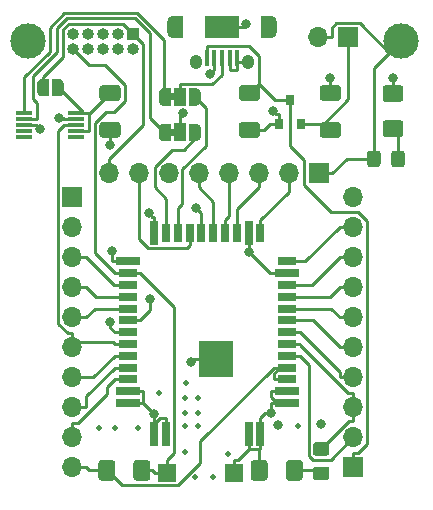
<source format=gbr>
%TF.GenerationSoftware,KiCad,Pcbnew,(5.1.8)-1*%
%TF.CreationDate,2021-02-16T14:56:34+05:30*%
%TF.ProjectId,WLR089U0-DevBoard,574c5230-3839-4553-902d-446576426f61,V1*%
%TF.SameCoordinates,Original*%
%TF.FileFunction,Copper,L1,Top*%
%TF.FilePolarity,Positive*%
%FSLAX46Y46*%
G04 Gerber Fmt 4.6, Leading zero omitted, Abs format (unit mm)*
G04 Created by KiCad (PCBNEW (5.1.8)-1) date 2021-02-16 14:56:34*
%MOMM*%
%LPD*%
G01*
G04 APERTURE LIST*
%TA.AperFunction,EtchedComponent*%
%ADD10C,0.100000*%
%TD*%
%TA.AperFunction,SMDPad,CuDef*%
%ADD11C,0.100000*%
%TD*%
%TA.AperFunction,SMDPad,CuDef*%
%ADD12R,1.500000X1.500000*%
%TD*%
%TA.AperFunction,SMDPad,CuDef*%
%ADD13R,1.000000X1.500000*%
%TD*%
%TA.AperFunction,ComponentPad*%
%ADD14O,1.700000X1.700000*%
%TD*%
%TA.AperFunction,ComponentPad*%
%ADD15R,1.700000X1.700000*%
%TD*%
%TA.AperFunction,ComponentPad*%
%ADD16O,1.050000X1.250000*%
%TD*%
%TA.AperFunction,SMDPad,CuDef*%
%ADD17R,0.400000X1.350000*%
%TD*%
%TA.AperFunction,ComponentPad*%
%ADD18O,1.000000X1.900000*%
%TD*%
%TA.AperFunction,SMDPad,CuDef*%
%ADD19R,2.900000X1.900000*%
%TD*%
%TA.AperFunction,SMDPad,CuDef*%
%ADD20R,0.875000X1.900000*%
%TD*%
%TA.AperFunction,ComponentPad*%
%ADD21C,2.600000*%
%TD*%
%TA.AperFunction,ConnectorPad*%
%ADD22C,3.000000*%
%TD*%
%TA.AperFunction,SMDPad,CuDef*%
%ADD23R,2.000000X0.700000*%
%TD*%
%TA.AperFunction,SMDPad,CuDef*%
%ADD24R,1.500000X0.700000*%
%TD*%
%TA.AperFunction,SMDPad,CuDef*%
%ADD25R,0.700000X1.500000*%
%TD*%
%TA.AperFunction,SMDPad,CuDef*%
%ADD26R,0.700000X2.000000*%
%TD*%
%TA.AperFunction,SMDPad,CuDef*%
%ADD27R,3.000000X3.030000*%
%TD*%
%TA.AperFunction,ComponentPad*%
%ADD28R,1.000000X1.000000*%
%TD*%
%TA.AperFunction,ComponentPad*%
%ADD29O,1.000000X1.000000*%
%TD*%
%TA.AperFunction,SMDPad,CuDef*%
%ADD30R,0.800000X0.900000*%
%TD*%
%TA.AperFunction,SMDPad,CuDef*%
%ADD31R,1.400000X0.300000*%
%TD*%
%TA.AperFunction,ViaPad*%
%ADD32C,0.500000*%
%TD*%
%TA.AperFunction,ViaPad*%
%ADD33C,0.800000*%
%TD*%
%TA.AperFunction,Conductor*%
%ADD34C,0.250000*%
%TD*%
G04 APERTURE END LIST*
D10*
%TO.C,JP1*%
G36*
X137948000Y-87150000D02*
G01*
X138448000Y-87150000D01*
X138448000Y-87750000D01*
X137948000Y-87750000D01*
X137948000Y-87150000D01*
G37*
%TO.C,JP2*%
G36*
X137948000Y-90150000D02*
G01*
X138448000Y-90150000D01*
X138448000Y-90750000D01*
X137948000Y-90750000D01*
X137948000Y-90150000D01*
G37*
%TD*%
%TA.AperFunction,SMDPad,CuDef*%
D11*
%TO.P,JP3,2*%
%TO.N,Net-(C3-Pad1)*%
G36*
X128550000Y-85900602D02*
G01*
X128574534Y-85900602D01*
X128623365Y-85905412D01*
X128671490Y-85914984D01*
X128718445Y-85929228D01*
X128763778Y-85948005D01*
X128807051Y-85971136D01*
X128847850Y-85998396D01*
X128885779Y-86029524D01*
X128920476Y-86064221D01*
X128951604Y-86102150D01*
X128978864Y-86142949D01*
X129001995Y-86186222D01*
X129020772Y-86231555D01*
X129035016Y-86278510D01*
X129044588Y-86326635D01*
X129049398Y-86375466D01*
X129049398Y-86400000D01*
X129050000Y-86400000D01*
X129050000Y-86900000D01*
X129049398Y-86900000D01*
X129049398Y-86924534D01*
X129044588Y-86973365D01*
X129035016Y-87021490D01*
X129020772Y-87068445D01*
X129001995Y-87113778D01*
X128978864Y-87157051D01*
X128951604Y-87197850D01*
X128920476Y-87235779D01*
X128885779Y-87270476D01*
X128847850Y-87301604D01*
X128807051Y-87328864D01*
X128763778Y-87351995D01*
X128718445Y-87370772D01*
X128671490Y-87385016D01*
X128623365Y-87394588D01*
X128574534Y-87399398D01*
X128550000Y-87399398D01*
X128550000Y-87400000D01*
X128050000Y-87400000D01*
X128050000Y-85900000D01*
X128550000Y-85900000D01*
X128550000Y-85900602D01*
G37*
%TD.AperFunction*%
%TA.AperFunction,SMDPad,CuDef*%
%TO.P,JP3,1*%
%TO.N,+3V3*%
G36*
X127750000Y-87400000D02*
G01*
X127250000Y-87400000D01*
X127250000Y-87399398D01*
X127225466Y-87399398D01*
X127176635Y-87394588D01*
X127128510Y-87385016D01*
X127081555Y-87370772D01*
X127036222Y-87351995D01*
X126992949Y-87328864D01*
X126952150Y-87301604D01*
X126914221Y-87270476D01*
X126879524Y-87235779D01*
X126848396Y-87197850D01*
X126821136Y-87157051D01*
X126798005Y-87113778D01*
X126779228Y-87068445D01*
X126764984Y-87021490D01*
X126755412Y-86973365D01*
X126750602Y-86924534D01*
X126750602Y-86900000D01*
X126750000Y-86900000D01*
X126750000Y-86400000D01*
X126750602Y-86400000D01*
X126750602Y-86375466D01*
X126755412Y-86326635D01*
X126764984Y-86278510D01*
X126779228Y-86231555D01*
X126798005Y-86186222D01*
X126821136Y-86142949D01*
X126848396Y-86102150D01*
X126879524Y-86064221D01*
X126914221Y-86029524D01*
X126952150Y-85998396D01*
X126992949Y-85971136D01*
X127036222Y-85948005D01*
X127081555Y-85929228D01*
X127128510Y-85914984D01*
X127176635Y-85905412D01*
X127225466Y-85900602D01*
X127250000Y-85900602D01*
X127250000Y-85900000D01*
X127750000Y-85900000D01*
X127750000Y-87400000D01*
G37*
%TD.AperFunction*%
%TD*%
D12*
%TO.P,SW1,2*%
%TO.N,GND*%
X143408000Y-119263000D03*
%TO.P,SW1,1*%
%TO.N,RESET*%
X137788000Y-119253000D03*
%TD*%
%TA.AperFunction,SMDPad,CuDef*%
D11*
%TO.P,JP1,1*%
%TO.N,Net-(JP1-Pad1)*%
G36*
X138098000Y-88200000D02*
G01*
X137548000Y-88200000D01*
X137548000Y-88199398D01*
X137523466Y-88199398D01*
X137474635Y-88194588D01*
X137426510Y-88185016D01*
X137379555Y-88170772D01*
X137334222Y-88151995D01*
X137290949Y-88128864D01*
X137250150Y-88101604D01*
X137212221Y-88070476D01*
X137177524Y-88035779D01*
X137146396Y-87997850D01*
X137119136Y-87957051D01*
X137096005Y-87913778D01*
X137077228Y-87868445D01*
X137062984Y-87821490D01*
X137053412Y-87773365D01*
X137048602Y-87724534D01*
X137048602Y-87700000D01*
X137048000Y-87700000D01*
X137048000Y-87200000D01*
X137048602Y-87200000D01*
X137048602Y-87175466D01*
X137053412Y-87126635D01*
X137062984Y-87078510D01*
X137077228Y-87031555D01*
X137096005Y-86986222D01*
X137119136Y-86942949D01*
X137146396Y-86902150D01*
X137177524Y-86864221D01*
X137212221Y-86829524D01*
X137250150Y-86798396D01*
X137290949Y-86771136D01*
X137334222Y-86748005D01*
X137379555Y-86729228D01*
X137426510Y-86714984D01*
X137474635Y-86705412D01*
X137523466Y-86700602D01*
X137548000Y-86700602D01*
X137548000Y-86700000D01*
X138098000Y-86700000D01*
X138098000Y-88200000D01*
G37*
%TD.AperFunction*%
D13*
%TO.P,JP1,2*%
%TO.N,D+*%
X138848000Y-87450000D03*
%TA.AperFunction,SMDPad,CuDef*%
D11*
%TO.P,JP1,3*%
%TO.N,USB_DP*%
G36*
X140148000Y-86700602D02*
G01*
X140172534Y-86700602D01*
X140221365Y-86705412D01*
X140269490Y-86714984D01*
X140316445Y-86729228D01*
X140361778Y-86748005D01*
X140405051Y-86771136D01*
X140445850Y-86798396D01*
X140483779Y-86829524D01*
X140518476Y-86864221D01*
X140549604Y-86902150D01*
X140576864Y-86942949D01*
X140599995Y-86986222D01*
X140618772Y-87031555D01*
X140633016Y-87078510D01*
X140642588Y-87126635D01*
X140647398Y-87175466D01*
X140647398Y-87200000D01*
X140648000Y-87200000D01*
X140648000Y-87700000D01*
X140647398Y-87700000D01*
X140647398Y-87724534D01*
X140642588Y-87773365D01*
X140633016Y-87821490D01*
X140618772Y-87868445D01*
X140599995Y-87913778D01*
X140576864Y-87957051D01*
X140549604Y-87997850D01*
X140518476Y-88035779D01*
X140483779Y-88070476D01*
X140445850Y-88101604D01*
X140405051Y-88128864D01*
X140361778Y-88151995D01*
X140316445Y-88170772D01*
X140269490Y-88185016D01*
X140221365Y-88194588D01*
X140172534Y-88199398D01*
X140148000Y-88199398D01*
X140148000Y-88200000D01*
X139598000Y-88200000D01*
X139598000Y-86700000D01*
X140148000Y-86700000D01*
X140148000Y-86700602D01*
G37*
%TD.AperFunction*%
%TD*%
D14*
%TO.P,J6,8*%
%TO.N,+3V3*%
X132820000Y-93900000D03*
%TO.P,J6,7*%
%TO.N,PA22*%
X135360000Y-93900000D03*
%TO.P,J6,6*%
%TO.N,S5_MISO*%
X137900000Y-93900000D03*
%TO.P,J6,5*%
%TO.N,S5_SCK*%
X140440000Y-93900000D03*
%TO.P,J6,4*%
%TO.N,S5_SS*%
X142980000Y-93900000D03*
%TO.P,J6,3*%
%TO.N,S5_MOSI*%
X145520000Y-93900000D03*
%TO.P,J6,2*%
%TO.N,PA14*%
X148060000Y-93900000D03*
D15*
%TO.P,J6,1*%
%TO.N,+3V3*%
X150600000Y-93900000D03*
%TD*%
D16*
%TO.P,J1,6*%
%TO.N,GND*%
X144650000Y-84500000D03*
D17*
%TO.P,J1,5*%
X143725000Y-84175000D03*
%TO.P,J1,4*%
X143075000Y-84175000D03*
%TO.P,J1,3*%
%TO.N,D+*%
X142425000Y-84175000D03*
%TO.P,J1,1*%
%TO.N,+5V*%
X141125000Y-84175000D03*
D16*
%TO.P,J1,6*%
%TO.N,GND*%
X140200000Y-84500000D03*
D18*
X146600000Y-81500000D03*
X138250000Y-81500000D03*
D17*
%TO.P,J1,2*%
%TO.N,D-*%
X141775000Y-84175000D03*
D19*
%TO.P,J1,6*%
%TO.N,GND*%
X142425000Y-81500000D03*
D20*
X138687500Y-81500000D03*
X146162500Y-81500000D03*
%TD*%
D21*
%TO.P,3V3,1*%
%TO.N,+3V3*%
X157600000Y-82700000D03*
D22*
X157600000Y-82700000D03*
%TD*%
D21*
%TO.P,GND,1*%
%TO.N,GND*%
X126000000Y-82700000D03*
D22*
X126000000Y-82700000D03*
%TD*%
%TO.P,C1,2*%
%TO.N,GND*%
%TA.AperFunction,SMDPad,CuDef*%
G36*
G01*
X144099999Y-89580000D02*
X145400001Y-89580000D01*
G75*
G02*
X145650000Y-89829999I0J-249999D01*
G01*
X145650000Y-90655001D01*
G75*
G02*
X145400001Y-90905000I-249999J0D01*
G01*
X144099999Y-90905000D01*
G75*
G02*
X143850000Y-90655001I0J249999D01*
G01*
X143850000Y-89829999D01*
G75*
G02*
X144099999Y-89580000I249999J0D01*
G01*
G37*
%TD.AperFunction*%
%TO.P,C1,1*%
%TO.N,+5V*%
%TA.AperFunction,SMDPad,CuDef*%
G36*
G01*
X144099999Y-86455000D02*
X145400001Y-86455000D01*
G75*
G02*
X145650000Y-86704999I0J-249999D01*
G01*
X145650000Y-87530001D01*
G75*
G02*
X145400001Y-87780000I-249999J0D01*
G01*
X144099999Y-87780000D01*
G75*
G02*
X143850000Y-87530001I0J249999D01*
G01*
X143850000Y-86704999D01*
G75*
G02*
X144099999Y-86455000I249999J0D01*
G01*
G37*
%TD.AperFunction*%
%TD*%
%TO.P,C2,1*%
%TO.N,/3V3*%
%TA.AperFunction,SMDPad,CuDef*%
G36*
G01*
X152250001Y-90905000D02*
X150949999Y-90905000D01*
G75*
G02*
X150700000Y-90655001I0J249999D01*
G01*
X150700000Y-89829999D01*
G75*
G02*
X150949999Y-89580000I249999J0D01*
G01*
X152250001Y-89580000D01*
G75*
G02*
X152500000Y-89829999I0J-249999D01*
G01*
X152500000Y-90655001D01*
G75*
G02*
X152250001Y-90905000I-249999J0D01*
G01*
G37*
%TD.AperFunction*%
%TO.P,C2,2*%
%TO.N,GND*%
%TA.AperFunction,SMDPad,CuDef*%
G36*
G01*
X152250001Y-87780000D02*
X150949999Y-87780000D01*
G75*
G02*
X150700000Y-87530001I0J249999D01*
G01*
X150700000Y-86704999D01*
G75*
G02*
X150949999Y-86455000I249999J0D01*
G01*
X152250001Y-86455000D01*
G75*
G02*
X152500000Y-86704999I0J-249999D01*
G01*
X152500000Y-87530001D01*
G75*
G02*
X152250001Y-87780000I-249999J0D01*
G01*
G37*
%TD.AperFunction*%
%TD*%
%TO.P,C3,2*%
%TO.N,GND*%
%TA.AperFunction,SMDPad,CuDef*%
G36*
G01*
X132296999Y-89580000D02*
X133597001Y-89580000D01*
G75*
G02*
X133847000Y-89829999I0J-249999D01*
G01*
X133847000Y-90655001D01*
G75*
G02*
X133597001Y-90905000I-249999J0D01*
G01*
X132296999Y-90905000D01*
G75*
G02*
X132047000Y-90655001I0J249999D01*
G01*
X132047000Y-89829999D01*
G75*
G02*
X132296999Y-89580000I249999J0D01*
G01*
G37*
%TD.AperFunction*%
%TO.P,C3,1*%
%TO.N,Net-(C3-Pad1)*%
%TA.AperFunction,SMDPad,CuDef*%
G36*
G01*
X132296999Y-86455000D02*
X133597001Y-86455000D01*
G75*
G02*
X133847000Y-86704999I0J-249999D01*
G01*
X133847000Y-87530001D01*
G75*
G02*
X133597001Y-87780000I-249999J0D01*
G01*
X132296999Y-87780000D01*
G75*
G02*
X132047000Y-87530001I0J249999D01*
G01*
X132047000Y-86704999D01*
G75*
G02*
X132296999Y-86455000I249999J0D01*
G01*
G37*
%TD.AperFunction*%
%TD*%
%TO.P,D1,1*%
%TO.N,Net-(D1-Pad1)*%
%TA.AperFunction,SMDPad,CuDef*%
G36*
G01*
X157900000Y-92249999D02*
X157900000Y-93150001D01*
G75*
G02*
X157650001Y-93400000I-249999J0D01*
G01*
X156999999Y-93400000D01*
G75*
G02*
X156750000Y-93150001I0J249999D01*
G01*
X156750000Y-92249999D01*
G75*
G02*
X156999999Y-92000000I249999J0D01*
G01*
X157650001Y-92000000D01*
G75*
G02*
X157900000Y-92249999I0J-249999D01*
G01*
G37*
%TD.AperFunction*%
%TO.P,D1,2*%
%TO.N,+3V3*%
%TA.AperFunction,SMDPad,CuDef*%
G36*
G01*
X155850000Y-92249999D02*
X155850000Y-93150001D01*
G75*
G02*
X155600001Y-93400000I-249999J0D01*
G01*
X154949999Y-93400000D01*
G75*
G02*
X154700000Y-93150001I0J249999D01*
G01*
X154700000Y-92249999D01*
G75*
G02*
X154949999Y-92000000I249999J0D01*
G01*
X155600001Y-92000000D01*
G75*
G02*
X155850000Y-92249999I0J-249999D01*
G01*
G37*
%TD.AperFunction*%
%TD*%
%TO.P,D2,2*%
%TO.N,PA08*%
%TA.AperFunction,SMDPad,CuDef*%
G36*
G01*
X151265001Y-117843000D02*
X150364999Y-117843000D01*
G75*
G02*
X150115000Y-117593001I0J249999D01*
G01*
X150115000Y-116942999D01*
G75*
G02*
X150364999Y-116693000I249999J0D01*
G01*
X151265001Y-116693000D01*
G75*
G02*
X151515000Y-116942999I0J-249999D01*
G01*
X151515000Y-117593001D01*
G75*
G02*
X151265001Y-117843000I-249999J0D01*
G01*
G37*
%TD.AperFunction*%
%TO.P,D2,1*%
%TO.N,Net-(D2-Pad1)*%
%TA.AperFunction,SMDPad,CuDef*%
G36*
G01*
X151265001Y-119893000D02*
X150364999Y-119893000D01*
G75*
G02*
X150115000Y-119643001I0J249999D01*
G01*
X150115000Y-118992999D01*
G75*
G02*
X150364999Y-118743000I249999J0D01*
G01*
X151265001Y-118743000D01*
G75*
G02*
X151515000Y-118992999I0J-249999D01*
G01*
X151515000Y-119643001D01*
G75*
G02*
X151265001Y-119893000I-249999J0D01*
G01*
G37*
%TD.AperFunction*%
%TD*%
D23*
%TO.P,IC1,1*%
%TO.N,GND*%
X147925000Y-113370000D03*
%TO.P,IC1,2*%
X147925000Y-112370000D03*
D24*
%TO.P,IC1,3*%
%TO.N,+3V3*%
X147925000Y-111370000D03*
%TO.P,IC1,4*%
X147925000Y-110370000D03*
%TO.P,IC1,5*%
%TO.N,PA07*%
X147925000Y-109370000D03*
%TO.P,IC1,6*%
%TO.N,PA08*%
X147925000Y-108370000D03*
%TO.P,IC1,7*%
%TO.N,PA27*%
X147925000Y-107370000D03*
%TO.P,IC1,8*%
%TO.N,S1_I2C_SDA*%
X147925000Y-106370000D03*
%TO.P,IC1,9*%
%TO.N,S1_I2C_SCL*%
X147925000Y-105370000D03*
%TO.P,IC1,10*%
%TO.N,PA18*%
X147925000Y-104370000D03*
%TO.P,IC1,11*%
%TO.N,PA19*%
X147925000Y-103370000D03*
D23*
%TO.P,IC1,12*%
%TO.N,GND*%
X147925000Y-102370000D03*
D24*
%TO.P,IC1,13*%
%TO.N,PA15*%
X147925000Y-101370000D03*
D25*
%TO.P,IC1,14*%
%TO.N,PA14*%
X145675000Y-98950000D03*
D26*
%TO.P,IC1,15*%
%TO.N,GND*%
X144675000Y-98950000D03*
D25*
%TO.P,IC1,16*%
%TO.N,S5_MOSI*%
X143675000Y-98950000D03*
%TO.P,IC1,17*%
%TO.N,S5_SS*%
X142675000Y-98950000D03*
%TO.P,IC1,18*%
%TO.N,S5_SCK*%
X141675000Y-98950000D03*
%TO.P,IC1,19*%
%TO.N,S5_MISO*%
X140675000Y-98950000D03*
%TO.P,IC1,20*%
%TO.N,PA22*%
X139675000Y-98950000D03*
%TO.P,IC1,21*%
%TO.N,USB_DP*%
X138675000Y-98950000D03*
%TO.P,IC1,22*%
%TO.N,USB_DM*%
X137675000Y-98950000D03*
D26*
%TO.P,IC1,23*%
%TO.N,GND*%
X136675000Y-98950000D03*
D23*
%TO.P,IC1,24*%
X134425000Y-101370000D03*
D24*
%TO.P,IC1,25*%
%TO.N,RESET*%
X134425000Y-102370000D03*
%TO.P,IC1,26*%
%TO.N,VSW*%
X134425000Y-103370000D03*
%TO.P,IC1,27*%
%TO.N,VDDCORE*%
X134425000Y-104370000D03*
%TO.P,IC1,28*%
%TO.N,PA28*%
X134425000Y-105370000D03*
%TO.P,IC1,29*%
%TO.N,SWDIO*%
X134425000Y-106370000D03*
%TO.P,IC1,30*%
%TO.N,SWDCLK*%
X134425000Y-107370000D03*
%TO.P,IC1,31*%
%TO.N,S0_UART_RX*%
X134425000Y-108370000D03*
%TO.P,IC1,32*%
%TO.N,S0_UART_TX*%
X134425000Y-109370000D03*
%TO.P,IC1,33*%
%TO.N,PB03*%
X134425000Y-110370000D03*
%TO.P,IC1,34*%
%TO.N,PA06*%
X134425000Y-111370000D03*
D23*
%TO.P,IC1,35*%
%TO.N,GND*%
X134425000Y-112370000D03*
%TO.P,IC1,36*%
X134425000Y-113370000D03*
D26*
%TO.P,IC1,37*%
X136675000Y-115950000D03*
%TO.P,IC1,38*%
X137675000Y-115950000D03*
%TO.P,IC1,39*%
X144675000Y-115950000D03*
%TO.P,IC1,40*%
X145675000Y-115950000D03*
D27*
%TO.P,IC1,41*%
X141875000Y-109620000D03*
%TD*%
D28*
%TO.P,J2,1*%
%TO.N,+3V3*%
X134900000Y-82100000D03*
D29*
%TO.P,J2,2*%
%TO.N,SWDIO*%
X134900000Y-83370000D03*
%TO.P,J2,3*%
%TO.N,GND*%
X133630000Y-82100000D03*
%TO.P,J2,4*%
%TO.N,SWDCLK*%
X133630000Y-83370000D03*
%TO.P,J2,5*%
%TO.N,GND*%
X132360000Y-82100000D03*
%TO.P,J2,6*%
%TO.N,N/C*%
X132360000Y-83370000D03*
%TO.P,J2,7*%
X131090000Y-82100000D03*
%TO.P,J2,8*%
X131090000Y-83370000D03*
%TO.P,J2,9*%
%TO.N,GND*%
X129820000Y-82100000D03*
%TO.P,J2,10*%
%TO.N,RESET*%
X129820000Y-83370000D03*
%TD*%
D14*
%TO.P,J3,10*%
%TO.N,GND*%
X153550000Y-95940000D03*
%TO.P,J3,9*%
%TO.N,PA15*%
X153550000Y-98480000D03*
%TO.P,J3,8*%
%TO.N,PA19*%
X153550000Y-101020000D03*
%TO.P,J3,7*%
%TO.N,PA18*%
X153550000Y-103560000D03*
%TO.P,J3,6*%
%TO.N,S1_I2C_SCL*%
X153550000Y-106100000D03*
%TO.P,J3,5*%
%TO.N,S1_I2C_SDA*%
X153550000Y-108640000D03*
%TO.P,J3,4*%
%TO.N,PA27*%
X153550000Y-111180000D03*
%TO.P,J3,3*%
%TO.N,PA08*%
X153550000Y-113720000D03*
%TO.P,J3,2*%
%TO.N,PA07*%
X153550000Y-116260000D03*
D15*
%TO.P,J3,1*%
%TO.N,+5V*%
X153550000Y-118800000D03*
%TD*%
D14*
%TO.P,J5,10*%
%TO.N,+3V3*%
X129750000Y-118810000D03*
%TO.P,J5,9*%
%TO.N,PA06*%
X129750000Y-116270000D03*
%TO.P,J5,8*%
%TO.N,PB03*%
X129750000Y-113730000D03*
%TO.P,J5,7*%
%TO.N,S0_UART_TX*%
X129750000Y-111190000D03*
%TO.P,J5,6*%
%TO.N,S0_UART_RX*%
X129750000Y-108650000D03*
%TO.P,J5,5*%
%TO.N,PA28*%
X129750000Y-106110000D03*
%TO.P,J5,4*%
%TO.N,VDDCORE*%
X129750000Y-103570000D03*
%TO.P,J5,3*%
%TO.N,VSW*%
X129750000Y-101030000D03*
%TO.P,J5,2*%
%TO.N,GND*%
X129750000Y-98490000D03*
D15*
%TO.P,J5,1*%
X129750000Y-95950000D03*
%TD*%
%TO.P,J4,1*%
%TO.N,/3V3*%
X153100000Y-82400000D03*
D14*
%TO.P,J4,2*%
%TO.N,+3V3*%
X150560000Y-82400000D03*
%TD*%
%TA.AperFunction,SMDPad,CuDef*%
D11*
%TO.P,JP2,1*%
%TO.N,Net-(JP2-Pad1)*%
G36*
X138098000Y-91200000D02*
G01*
X137548000Y-91200000D01*
X137548000Y-91199398D01*
X137523466Y-91199398D01*
X137474635Y-91194588D01*
X137426510Y-91185016D01*
X137379555Y-91170772D01*
X137334222Y-91151995D01*
X137290949Y-91128864D01*
X137250150Y-91101604D01*
X137212221Y-91070476D01*
X137177524Y-91035779D01*
X137146396Y-90997850D01*
X137119136Y-90957051D01*
X137096005Y-90913778D01*
X137077228Y-90868445D01*
X137062984Y-90821490D01*
X137053412Y-90773365D01*
X137048602Y-90724534D01*
X137048602Y-90700000D01*
X137048000Y-90700000D01*
X137048000Y-90200000D01*
X137048602Y-90200000D01*
X137048602Y-90175466D01*
X137053412Y-90126635D01*
X137062984Y-90078510D01*
X137077228Y-90031555D01*
X137096005Y-89986222D01*
X137119136Y-89942949D01*
X137146396Y-89902150D01*
X137177524Y-89864221D01*
X137212221Y-89829524D01*
X137250150Y-89798396D01*
X137290949Y-89771136D01*
X137334222Y-89748005D01*
X137379555Y-89729228D01*
X137426510Y-89714984D01*
X137474635Y-89705412D01*
X137523466Y-89700602D01*
X137548000Y-89700602D01*
X137548000Y-89700000D01*
X138098000Y-89700000D01*
X138098000Y-91200000D01*
G37*
%TD.AperFunction*%
D13*
%TO.P,JP2,2*%
%TO.N,D-*%
X138848000Y-90450000D03*
%TA.AperFunction,SMDPad,CuDef*%
D11*
%TO.P,JP2,3*%
%TO.N,USB_DM*%
G36*
X140148000Y-89700602D02*
G01*
X140172534Y-89700602D01*
X140221365Y-89705412D01*
X140269490Y-89714984D01*
X140316445Y-89729228D01*
X140361778Y-89748005D01*
X140405051Y-89771136D01*
X140445850Y-89798396D01*
X140483779Y-89829524D01*
X140518476Y-89864221D01*
X140549604Y-89902150D01*
X140576864Y-89942949D01*
X140599995Y-89986222D01*
X140618772Y-90031555D01*
X140633016Y-90078510D01*
X140642588Y-90126635D01*
X140647398Y-90175466D01*
X140647398Y-90200000D01*
X140648000Y-90200000D01*
X140648000Y-90700000D01*
X140647398Y-90700000D01*
X140647398Y-90724534D01*
X140642588Y-90773365D01*
X140633016Y-90821490D01*
X140618772Y-90868445D01*
X140599995Y-90913778D01*
X140576864Y-90957051D01*
X140549604Y-90997850D01*
X140518476Y-91035779D01*
X140483779Y-91070476D01*
X140445850Y-91101604D01*
X140405051Y-91128864D01*
X140361778Y-91151995D01*
X140316445Y-91170772D01*
X140269490Y-91185016D01*
X140221365Y-91194588D01*
X140172534Y-91199398D01*
X140148000Y-91199398D01*
X140148000Y-91200000D01*
X139598000Y-91200000D01*
X139598000Y-89700000D01*
X140148000Y-89700000D01*
X140148000Y-89700602D01*
G37*
%TD.AperFunction*%
%TD*%
%TO.P,R1,1*%
%TO.N,+3V3*%
%TA.AperFunction,SMDPad,CuDef*%
G36*
G01*
X131950000Y-119693000D02*
X131950000Y-118443000D01*
G75*
G02*
X132200000Y-118193000I250000J0D01*
G01*
X133125000Y-118193000D01*
G75*
G02*
X133375000Y-118443000I0J-250000D01*
G01*
X133375000Y-119693000D01*
G75*
G02*
X133125000Y-119943000I-250000J0D01*
G01*
X132200000Y-119943000D01*
G75*
G02*
X131950000Y-119693000I0J250000D01*
G01*
G37*
%TD.AperFunction*%
%TO.P,R1,2*%
%TO.N,RESET*%
%TA.AperFunction,SMDPad,CuDef*%
G36*
G01*
X134925000Y-119693000D02*
X134925000Y-118443000D01*
G75*
G02*
X135175000Y-118193000I250000J0D01*
G01*
X136100000Y-118193000D01*
G75*
G02*
X136350000Y-118443000I0J-250000D01*
G01*
X136350000Y-119693000D01*
G75*
G02*
X136100000Y-119943000I-250000J0D01*
G01*
X135175000Y-119943000D01*
G75*
G02*
X134925000Y-119693000I0J250000D01*
G01*
G37*
%TD.AperFunction*%
%TD*%
%TO.P,R2,2*%
%TO.N,Net-(D1-Pad1)*%
%TA.AperFunction,SMDPad,CuDef*%
G36*
G01*
X156275000Y-89425000D02*
X157525000Y-89425000D01*
G75*
G02*
X157775000Y-89675000I0J-250000D01*
G01*
X157775000Y-90600000D01*
G75*
G02*
X157525000Y-90850000I-250000J0D01*
G01*
X156275000Y-90850000D01*
G75*
G02*
X156025000Y-90600000I0J250000D01*
G01*
X156025000Y-89675000D01*
G75*
G02*
X156275000Y-89425000I250000J0D01*
G01*
G37*
%TD.AperFunction*%
%TO.P,R2,1*%
%TO.N,GND*%
%TA.AperFunction,SMDPad,CuDef*%
G36*
G01*
X156275000Y-86450000D02*
X157525000Y-86450000D01*
G75*
G02*
X157775000Y-86700000I0J-250000D01*
G01*
X157775000Y-87625000D01*
G75*
G02*
X157525000Y-87875000I-250000J0D01*
G01*
X156275000Y-87875000D01*
G75*
G02*
X156025000Y-87625000I0J250000D01*
G01*
X156025000Y-86700000D01*
G75*
G02*
X156275000Y-86450000I250000J0D01*
G01*
G37*
%TD.AperFunction*%
%TD*%
%TO.P,R3,2*%
%TO.N,Net-(D2-Pad1)*%
%TA.AperFunction,SMDPad,CuDef*%
G36*
G01*
X147832000Y-119693000D02*
X147832000Y-118443000D01*
G75*
G02*
X148082000Y-118193000I250000J0D01*
G01*
X149007000Y-118193000D01*
G75*
G02*
X149257000Y-118443000I0J-250000D01*
G01*
X149257000Y-119693000D01*
G75*
G02*
X149007000Y-119943000I-250000J0D01*
G01*
X148082000Y-119943000D01*
G75*
G02*
X147832000Y-119693000I0J250000D01*
G01*
G37*
%TD.AperFunction*%
%TO.P,R3,1*%
%TO.N,GND*%
%TA.AperFunction,SMDPad,CuDef*%
G36*
G01*
X144857000Y-119693000D02*
X144857000Y-118443000D01*
G75*
G02*
X145107000Y-118193000I250000J0D01*
G01*
X146032000Y-118193000D01*
G75*
G02*
X146282000Y-118443000I0J-250000D01*
G01*
X146282000Y-119693000D01*
G75*
G02*
X146032000Y-119943000I-250000J0D01*
G01*
X145107000Y-119943000D01*
G75*
G02*
X144857000Y-119693000I0J250000D01*
G01*
G37*
%TD.AperFunction*%
%TD*%
D30*
%TO.P,U1,3*%
%TO.N,+5V*%
X148175000Y-87700000D03*
%TO.P,U1,2*%
%TO.N,/3V3*%
X149125000Y-89700000D03*
%TO.P,U1,1*%
%TO.N,GND*%
X147225000Y-89700000D03*
%TD*%
D31*
%TO.P,U2,10*%
%TO.N,Net-(C3-Pad1)*%
X130100000Y-88850000D03*
%TO.P,U2,9*%
%TO.N,S0_UART_TX*%
X130100000Y-89350000D03*
%TO.P,U2,8*%
%TO.N,S0_UART_RX*%
X130100000Y-89850000D03*
%TO.P,U2,7*%
%TO.N,Net-(C3-Pad1)*%
X130100000Y-90350000D03*
%TO.P,U2,6*%
%TO.N,N/C*%
X130100000Y-90850000D03*
%TO.P,U2,5*%
X125700000Y-90850000D03*
%TO.P,U2,4*%
X125700000Y-90350000D03*
%TO.P,U2,3*%
%TO.N,GND*%
X125700000Y-89850000D03*
%TO.P,U2,2*%
%TO.N,Net-(JP2-Pad1)*%
X125700000Y-89350000D03*
%TO.P,U2,1*%
%TO.N,Net-(JP1-Pad1)*%
X125700000Y-88850000D03*
%TD*%
D32*
%TO.N,GND*%
X132000000Y-115500000D03*
X133400000Y-115500000D03*
X135350000Y-115450000D03*
X140350000Y-115300000D03*
X148850000Y-115300000D03*
X139250000Y-114200000D03*
X140350000Y-114200000D03*
X139300000Y-112950000D03*
X140350000Y-112950000D03*
X139350000Y-111650000D03*
X137100000Y-112500000D03*
X142950000Y-117650000D03*
X139300000Y-117550000D03*
X140150000Y-119600000D03*
X141650000Y-119600000D03*
D33*
X132947000Y-91512100D03*
X127000700Y-90171400D03*
X133099700Y-100481300D03*
X136214900Y-97309500D03*
X151600000Y-85827500D03*
X146713500Y-88634300D03*
X136675000Y-114294800D03*
X156900000Y-85832500D03*
X144486300Y-81274100D03*
X139770900Y-109906600D03*
X146599700Y-114247800D03*
X144675000Y-100562800D03*
D32*
X139250000Y-115300000D03*
D33*
X147200000Y-115250000D03*
X150800000Y-115150000D03*
%TO.N,S5_MISO*%
X140230000Y-96845400D03*
%TO.N,SWDIO*%
X136353100Y-104532200D03*
%TO.N,SWDCLK*%
X132956900Y-106472300D03*
%TO.N,S0_UART_TX*%
X128635100Y-89247700D03*
%TO.N,D-*%
X139091000Y-88804000D03*
X141423000Y-85512200D03*
%TD*%
D34*
%TO.N,+5V*%
X148175000Y-87700000D02*
X146905900Y-87700000D01*
X146905900Y-87700000D02*
X145536700Y-86330800D01*
X145536700Y-86330800D02*
X144750000Y-87117500D01*
X141125000Y-83174700D02*
X144696800Y-83174700D01*
X144696800Y-83174700D02*
X145536700Y-84014600D01*
X145536700Y-84014600D02*
X145536700Y-86330800D01*
X153550000Y-117624700D02*
X153917400Y-117624700D01*
X153917400Y-117624700D02*
X154725300Y-116816800D01*
X154725300Y-116816800D02*
X154725300Y-97968400D01*
X154725300Y-97968400D02*
X153966900Y-97210000D01*
X153966900Y-97210000D02*
X151691500Y-97210000D01*
X151691500Y-97210000D02*
X149349400Y-94867900D01*
X149349400Y-94867900D02*
X149349400Y-92814200D01*
X149349400Y-92814200D02*
X148175000Y-91639800D01*
X148175000Y-91639800D02*
X148175000Y-87700000D01*
X153550000Y-118800000D02*
X153550000Y-117624700D01*
X141125000Y-84175000D02*
X141125000Y-83174700D01*
%TO.N,GND*%
X132947000Y-90242500D02*
X132947000Y-91512100D01*
X127000700Y-90171400D02*
X126725300Y-89896000D01*
X126725300Y-89896000D02*
X126725300Y-89850000D01*
X125700000Y-89850000D02*
X126725300Y-89850000D01*
X133099700Y-100481300D02*
X133099700Y-101370000D01*
X134425000Y-101370000D02*
X133099700Y-101370000D01*
X147925000Y-112370000D02*
X146599700Y-112370000D01*
X147262400Y-113370000D02*
X147090100Y-113370000D01*
X147090100Y-113370000D02*
X146599700Y-112879600D01*
X146599700Y-112879600D02*
X146599700Y-112370000D01*
X147262400Y-113370000D02*
X146599700Y-113370000D01*
X147925000Y-113370000D02*
X147262400Y-113370000D01*
X136675000Y-97624700D02*
X136530100Y-97624700D01*
X136530100Y-97624700D02*
X136214900Y-97309500D01*
X136675000Y-98950000D02*
X136675000Y-97624700D01*
X151600000Y-85827500D02*
X151600000Y-87117500D01*
X147225000Y-89700000D02*
X146499700Y-89700000D01*
X146713500Y-88634300D02*
X147003900Y-88924700D01*
X147003900Y-88924700D02*
X147225000Y-88924700D01*
X147225000Y-89700000D02*
X147225000Y-88924700D01*
X144675000Y-100562800D02*
X146482200Y-102370000D01*
X146482200Y-102370000D02*
X147925000Y-102370000D01*
X144675000Y-98950000D02*
X144675000Y-100562800D01*
X146599700Y-114247800D02*
X146599700Y-113370000D01*
X145675000Y-114624700D02*
X146051900Y-114247800D01*
X146051900Y-114247800D02*
X146599700Y-114247800D01*
X136675000Y-114294800D02*
X135750300Y-113370100D01*
X135750300Y-113370100D02*
X135750300Y-113370000D01*
X136675000Y-114294800D02*
X136675000Y-115287300D01*
X156900000Y-87162500D02*
X156900000Y-85832500D01*
X146499700Y-89700000D02*
X145957200Y-90242500D01*
X145957200Y-90242500D02*
X144750000Y-90242500D01*
X145675000Y-115950000D02*
X145675000Y-114624700D01*
X144486300Y-81274100D02*
X144426200Y-81274100D01*
X144426200Y-81274100D02*
X144200300Y-81500000D01*
X142425000Y-81500000D02*
X144200300Y-81500000D01*
X143408000Y-119263000D02*
X143408000Y-118187700D01*
X144675000Y-117275300D02*
X143762600Y-118187700D01*
X143762600Y-118187700D02*
X143408000Y-118187700D01*
X139770900Y-109906600D02*
X140049700Y-109627800D01*
X140049700Y-109627800D02*
X140049700Y-109620000D01*
X141875000Y-109620000D02*
X140049700Y-109620000D01*
X137675000Y-115950000D02*
X137675000Y-114624700D01*
X136675000Y-115287300D02*
X136675000Y-115121500D01*
X136675000Y-115121500D02*
X137171800Y-114624700D01*
X137171800Y-114624700D02*
X137675000Y-114624700D01*
X136675000Y-115950000D02*
X136675000Y-115287300D01*
X143725000Y-84500000D02*
X143725000Y-85175300D01*
X143725000Y-84175000D02*
X143725000Y-84500000D01*
X144650000Y-84500000D02*
X143725000Y-84500000D01*
X143075000Y-84175000D02*
X143075000Y-85175300D01*
X143725000Y-85175300D02*
X143075000Y-85175300D01*
X138250000Y-81500000D02*
X138687500Y-81500000D01*
X146600000Y-81500000D02*
X146162500Y-81500000D01*
X134425000Y-113370000D02*
X135750300Y-113370000D01*
X134425000Y-112370000D02*
X135750300Y-112370000D01*
X135750300Y-112370000D02*
X135750300Y-113370000D01*
X144675000Y-115950000D02*
X144675000Y-117275300D01*
X144675000Y-117275300D02*
X145675000Y-117275300D01*
X145675000Y-115950000D02*
X145675000Y-117275300D01*
X145675000Y-117275300D02*
X145569500Y-117380800D01*
X145569500Y-117380800D02*
X145569500Y-119068000D01*
%TO.N,/3V3*%
X151057500Y-89700000D02*
X151600000Y-90242500D01*
X149125000Y-89700000D02*
X151057500Y-89700000D01*
X153100000Y-82400000D02*
X153100000Y-87657500D01*
X153100000Y-87657500D02*
X151057500Y-89700000D01*
%TO.N,Net-(C3-Pad1)*%
X130612700Y-88850000D02*
X130612700Y-88712700D01*
X130612700Y-88712700D02*
X128550000Y-86650000D01*
X130612700Y-88850000D02*
X131125300Y-88850000D01*
X130100000Y-88850000D02*
X130612700Y-88850000D01*
X131125300Y-88850000D02*
X131214500Y-88850000D01*
X131214500Y-88850000D02*
X132947000Y-87117500D01*
X131125300Y-90350000D02*
X131125300Y-88850000D01*
X130100000Y-90350000D02*
X131125300Y-90350000D01*
%TO.N,Net-(D1-Pad1)*%
X156900000Y-90137500D02*
X157325000Y-90562500D01*
X157325000Y-90562500D02*
X157325000Y-92700000D01*
%TO.N,+3V3*%
X132662500Y-119068000D02*
X131183300Y-119068000D01*
X131183300Y-119068000D02*
X130925300Y-118810000D01*
X146849700Y-110370000D02*
X140598000Y-116621700D01*
X140598000Y-116621700D02*
X140598000Y-118428100D01*
X140598000Y-118428100D02*
X138697700Y-120328400D01*
X138697700Y-120328400D02*
X133922900Y-120328400D01*
X133922900Y-120328400D02*
X132662500Y-119068000D01*
X129750000Y-118810000D02*
X130925300Y-118810000D01*
X132820000Y-93900000D02*
X132820000Y-92724700D01*
X132820000Y-92724700D02*
X135736600Y-89808100D01*
X135736600Y-89808100D02*
X135736600Y-82936600D01*
X135736600Y-82936600D02*
X134900000Y-82100000D01*
X134900000Y-82100000D02*
X134056100Y-81256100D01*
X134056100Y-81256100D02*
X129473300Y-81256100D01*
X129473300Y-81256100D02*
X128994600Y-81734800D01*
X128994600Y-81734800D02*
X128994600Y-84031500D01*
X128994600Y-84031500D02*
X127250000Y-85776100D01*
X127250000Y-85776100D02*
X127250000Y-86650000D01*
X156584900Y-83715100D02*
X157600000Y-82700000D01*
X155275000Y-92700000D02*
X155275000Y-85025000D01*
X155275000Y-85025000D02*
X156584900Y-83715100D01*
X156584900Y-83715100D02*
X154094400Y-81224700D01*
X154094400Y-81224700D02*
X152102500Y-81224700D01*
X152102500Y-81224700D02*
X151735300Y-81591900D01*
X151735300Y-81591900D02*
X151735300Y-82400000D01*
X150560000Y-82400000D02*
X151735300Y-82400000D01*
X147925000Y-111370000D02*
X146849700Y-111370000D01*
X147387400Y-110370000D02*
X147308800Y-110370000D01*
X147308800Y-110370000D02*
X146849700Y-110829100D01*
X146849700Y-110829100D02*
X146849700Y-111370000D01*
X147387400Y-110370000D02*
X146849700Y-110370000D01*
X147925000Y-110370000D02*
X147387400Y-110370000D01*
X150600000Y-93900000D02*
X151775300Y-93900000D01*
X155275000Y-92700000D02*
X152975300Y-92700000D01*
X152975300Y-92700000D02*
X151775300Y-93900000D01*
%TO.N,PA08*%
X153550000Y-113720000D02*
X153550000Y-112544700D01*
X147925000Y-108370000D02*
X149000300Y-108370000D01*
X149000300Y-108370000D02*
X149000300Y-108458400D01*
X149000300Y-108458400D02*
X153086600Y-112544700D01*
X153086600Y-112544700D02*
X153550000Y-112544700D01*
X153550000Y-113720000D02*
X153550000Y-114895300D01*
X153550000Y-114895300D02*
X153187700Y-114895300D01*
X153187700Y-114895300D02*
X150815000Y-117268000D01*
%TO.N,Net-(D2-Pad1)*%
X148544500Y-119068000D02*
X150565000Y-119068000D01*
X150565000Y-119068000D02*
X150815000Y-119318000D01*
%TO.N,PA07*%
X147925000Y-109370000D02*
X149000300Y-109370000D01*
X153550000Y-116260000D02*
X151622300Y-118187700D01*
X151622300Y-118187700D02*
X150134800Y-118187700D01*
X150134800Y-118187700D02*
X149783800Y-117836700D01*
X149783800Y-117836700D02*
X149783800Y-110153500D01*
X149783800Y-110153500D02*
X149000300Y-109370000D01*
%TO.N,PA27*%
X147925000Y-107370000D02*
X149000300Y-107370000D01*
X153550000Y-111180000D02*
X152374700Y-111180000D01*
X152374700Y-111180000D02*
X152374700Y-110744400D01*
X152374700Y-110744400D02*
X149000300Y-107370000D01*
%TO.N,S1_I2C_SDA*%
X153550000Y-108640000D02*
X152374700Y-108640000D01*
X147925000Y-106370000D02*
X150104700Y-106370000D01*
X150104700Y-106370000D02*
X152374700Y-108640000D01*
%TO.N,S1_I2C_SCL*%
X153550000Y-106100000D02*
X152374700Y-106100000D01*
X147925000Y-105370000D02*
X151644700Y-105370000D01*
X151644700Y-105370000D02*
X152374700Y-106100000D01*
%TO.N,PA18*%
X153550000Y-103560000D02*
X152374700Y-103560000D01*
X152374700Y-103560000D02*
X151564700Y-104370000D01*
X151564700Y-104370000D02*
X147925000Y-104370000D01*
%TO.N,PA19*%
X153550000Y-101020000D02*
X152374700Y-101020000D01*
X152374700Y-101020000D02*
X150024700Y-103370000D01*
X150024700Y-103370000D02*
X147925000Y-103370000D01*
%TO.N,PA15*%
X153550000Y-98480000D02*
X152374700Y-98480000D01*
X152374700Y-98480000D02*
X149484700Y-101370000D01*
X149484700Y-101370000D02*
X147925000Y-101370000D01*
%TO.N,PA14*%
X145675000Y-98950000D02*
X145675000Y-97874700D01*
X145675000Y-97874700D02*
X148060000Y-95489700D01*
X148060000Y-95489700D02*
X148060000Y-93900000D01*
%TO.N,S5_MOSI*%
X145520000Y-93900000D02*
X145520000Y-95075300D01*
X143675000Y-98950000D02*
X143675000Y-96920300D01*
X143675000Y-96920300D02*
X145520000Y-95075300D01*
%TO.N,S5_SS*%
X142675000Y-98950000D02*
X142675000Y-97874700D01*
X142675000Y-97874700D02*
X142980000Y-97569700D01*
X142980000Y-97569700D02*
X142980000Y-95075300D01*
X142980000Y-93900000D02*
X142980000Y-95075300D01*
%TO.N,S5_SCK*%
X140440000Y-93900000D02*
X140440000Y-95075300D01*
X141675000Y-98950000D02*
X141675000Y-96310300D01*
X141675000Y-96310300D02*
X140440000Y-95075300D01*
%TO.N,S5_MISO*%
X140675000Y-98950000D02*
X140675000Y-97290400D01*
X140675000Y-97290400D02*
X140230000Y-96845400D01*
%TO.N,PA22*%
X139675000Y-100025300D02*
X139424900Y-100275400D01*
X139424900Y-100275400D02*
X136186500Y-100275400D01*
X136186500Y-100275400D02*
X135360000Y-99448900D01*
X135360000Y-99448900D02*
X135360000Y-95075300D01*
X135360000Y-93900000D02*
X135360000Y-95075300D01*
X139675000Y-98950000D02*
X139675000Y-100025300D01*
%TO.N,USB_DP*%
X138675000Y-98950000D02*
X138675000Y-96874700D01*
X138675000Y-96874700D02*
X139075400Y-96474300D01*
X139075400Y-96474300D02*
X139075400Y-93574000D01*
X139075400Y-93574000D02*
X141050200Y-91599200D01*
X141050200Y-91599200D02*
X141050200Y-88352200D01*
X141050200Y-88352200D02*
X140148000Y-87450000D01*
%TO.N,USB_DM*%
X137675000Y-98950000D02*
X137675000Y-96061900D01*
X137675000Y-96061900D02*
X136724700Y-95111600D01*
X136724700Y-95111600D02*
X136724700Y-93371500D01*
X136724700Y-93371500D02*
X138169800Y-91926400D01*
X138169800Y-91926400D02*
X139172500Y-91926400D01*
X139172500Y-91926400D02*
X140148000Y-90950900D01*
X140148000Y-90950900D02*
X140148000Y-90450000D01*
%TO.N,RESET*%
X134425000Y-102370000D02*
X133349700Y-102370000D01*
X133349700Y-102370000D02*
X131637700Y-100658000D01*
X131637700Y-100658000D02*
X131637700Y-89675600D01*
X131637700Y-89675600D02*
X132628400Y-88684900D01*
X132628400Y-88684900D02*
X133304300Y-88684900D01*
X133304300Y-88684900D02*
X134173300Y-87815900D01*
X134173300Y-87815900D02*
X134173300Y-86402000D01*
X134173300Y-86402000D02*
X132494600Y-84723300D01*
X132494600Y-84723300D02*
X131173300Y-84723300D01*
X131173300Y-84723300D02*
X129820000Y-83370000D01*
X134962700Y-102370000D02*
X134425000Y-102370000D01*
X134962700Y-102370000D02*
X135500300Y-102370000D01*
X137788000Y-119253000D02*
X137788000Y-118177700D01*
X135500300Y-102370000D02*
X138350400Y-105220100D01*
X138350400Y-105220100D02*
X138350400Y-117615300D01*
X138350400Y-117615300D02*
X137788000Y-118177700D01*
X137788000Y-119253000D02*
X136712700Y-119253000D01*
X135637500Y-119068000D02*
X136527700Y-119068000D01*
X136527700Y-119068000D02*
X136712700Y-119253000D01*
%TO.N,VSW*%
X129750000Y-101030000D02*
X130925300Y-101030000D01*
X130925300Y-101030000D02*
X133265300Y-103370000D01*
X133265300Y-103370000D02*
X134425000Y-103370000D01*
%TO.N,VDDCORE*%
X129750000Y-103570000D02*
X130925300Y-103570000D01*
X130925300Y-103570000D02*
X131725300Y-104370000D01*
X131725300Y-104370000D02*
X134425000Y-104370000D01*
%TO.N,PA28*%
X129750000Y-106110000D02*
X130925300Y-106110000D01*
X130925300Y-106110000D02*
X131665300Y-105370000D01*
X131665300Y-105370000D02*
X134425000Y-105370000D01*
%TO.N,SWDIO*%
X134425000Y-106370000D02*
X135500300Y-106370000D01*
X136353100Y-104532200D02*
X136353100Y-105517200D01*
X136353100Y-105517200D02*
X135500300Y-106370000D01*
%TO.N,SWDCLK*%
X133349700Y-107370000D02*
X132956900Y-106977200D01*
X132956900Y-106977200D02*
X132956900Y-106472300D01*
X134425000Y-107370000D02*
X133349700Y-107370000D01*
%TO.N,S0_UART_RX*%
X134425000Y-108370000D02*
X133349700Y-108370000D01*
X129750000Y-108235000D02*
X133214700Y-108235000D01*
X133214700Y-108235000D02*
X133349700Y-108370000D01*
X129750000Y-108235000D02*
X129750000Y-107474700D01*
X129750000Y-108650000D02*
X129750000Y-108235000D01*
X130100000Y-89850000D02*
X129074700Y-89850000D01*
X129074700Y-89850000D02*
X128574700Y-90350000D01*
X128574700Y-90350000D02*
X128574700Y-106666800D01*
X128574700Y-106666800D02*
X129382600Y-107474700D01*
X129382600Y-107474700D02*
X129750000Y-107474700D01*
%TO.N,S0_UART_TX*%
X129074700Y-89350000D02*
X128972400Y-89247700D01*
X128972400Y-89247700D02*
X128635100Y-89247700D01*
X130100000Y-89350000D02*
X129074700Y-89350000D01*
X134425000Y-109370000D02*
X133349700Y-109370000D01*
X130925300Y-111190000D02*
X131529700Y-111190000D01*
X131529700Y-111190000D02*
X133349700Y-109370000D01*
X129750000Y-111190000D02*
X130925300Y-111190000D01*
%TO.N,PB03*%
X134425000Y-110370000D02*
X133349700Y-110370000D01*
X129750000Y-113730000D02*
X130925300Y-113730000D01*
X130925300Y-113730000D02*
X130925300Y-112794400D01*
X130925300Y-112794400D02*
X133349700Y-110370000D01*
%TO.N,PA06*%
X134425000Y-111370000D02*
X133349700Y-111370000D01*
X129750000Y-116270000D02*
X129750000Y-115094700D01*
X129750000Y-115094700D02*
X130246000Y-115094700D01*
X130246000Y-115094700D02*
X132721500Y-112619200D01*
X132721500Y-112619200D02*
X132721500Y-111998200D01*
X132721500Y-111998200D02*
X133349700Y-111370000D01*
%TO.N,D+*%
X142425000Y-84175000D02*
X142425000Y-85175300D01*
X138848000Y-87450000D02*
X138848000Y-86374700D01*
X138848000Y-86374700D02*
X141606400Y-86374700D01*
X141606400Y-86374700D02*
X142424900Y-85556200D01*
X142424900Y-85556200D02*
X142424900Y-85175300D01*
X142424900Y-85175300D02*
X142425000Y-85175300D01*
%TO.N,D-*%
X141775000Y-84175000D02*
X141775000Y-85175300D01*
X138848000Y-90450000D02*
X138848000Y-89047000D01*
X138848000Y-89047000D02*
X139091000Y-88804000D01*
X141775000Y-85175300D02*
X141759900Y-85175300D01*
X141759900Y-85175300D02*
X141423000Y-85512200D01*
%TO.N,Net-(JP1-Pad1)*%
X125700000Y-88850000D02*
X125700000Y-85742900D01*
X125700000Y-85742900D02*
X127825400Y-83617500D01*
X127825400Y-83617500D02*
X127825400Y-81578600D01*
X127825400Y-81578600D02*
X129052600Y-80351400D01*
X129052600Y-80351400D02*
X135267100Y-80351400D01*
X135267100Y-80351400D02*
X137548000Y-82632300D01*
X137548000Y-82632300D02*
X137548000Y-87450000D01*
%TO.N,Net-(JP2-Pad1)*%
X137548000Y-90450000D02*
X136306500Y-89208500D01*
X136306500Y-89208500D02*
X136306500Y-82030500D01*
X136306500Y-82030500D02*
X135081700Y-80805700D01*
X135081700Y-80805700D02*
X129286800Y-80805700D01*
X129286800Y-80805700D02*
X128472600Y-81619900D01*
X128472600Y-81619900D02*
X128472600Y-83607200D01*
X128472600Y-83607200D02*
X126404900Y-85674900D01*
X126404900Y-85674900D02*
X126404900Y-87622500D01*
X126404900Y-87622500D02*
X126725300Y-87942900D01*
X126725300Y-87942900D02*
X126725300Y-89350000D01*
X125700000Y-89350000D02*
X126725300Y-89350000D01*
%TD*%
M02*

</source>
